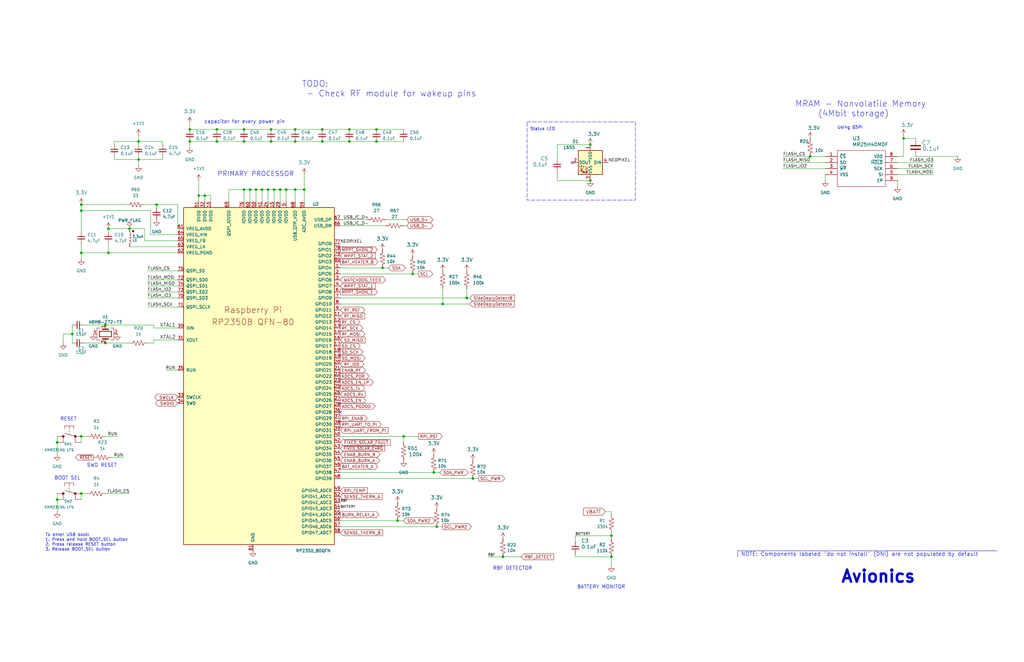
<source format=kicad_sch>
(kicad_sch (version 20250114) (generator "eeschema") (generator_version "9.0")
  (paper "USLedger")
  (title_block (title "PiCubed Mainboard") (date "2025-08-29") (rev "6.5") (company "Stanford Student Space Initiative") (comment 1 "Ethan Brinser"))
  (rectangle (start 222.25 51.435) (end 267.97 84.455) (stroke (width 0) (type dash)))
  (text "BATTERY MONITOR\n" (at 243.332 248.666 0) (effects (font (size 1.4986 1.4986)) (justify left bottom)))
  (text "PRIMARY PROCESSOR" (at 91.694 74.676 0) (effects (font (size 2.0066 2.0066)) (justify left bottom)))
  (text "SWD RESET\n" (at 36.576 197.358 0) (effects (font (size 1.4986 1.4986)) (justify left bottom)))
  (text "TODO:\n - Check RF module for wakeup pins" (at 127.254 37.592 0) (effects (font (size 2.54 2.54)) (justify left)))
  (text "Avionics" (at 354.33 246.38 0) (effects (font (size 5.08 5.08) (thickness 1.016) (bold yes)) (justify left bottom)))
  (text "MRAM - Nonvolatile Memory\n     (4Mbit storage)" (at 335.28 49.53 0) (effects (font (size 2.54 2.54)) (justify left bottom)))
  (text "BOOT SEL" (at 22.86 202.692 0) (effects (font (size 1.4986 1.4986)) (justify left bottom)))
  (text "Using QSPI" (at 353.06 54.61 0) (effects (font (size 1.27 1.27)) (justify left bottom)))
  (text "NOTE: Components labeled \"do not install\" (DNI) are not populated by default" (at 312.42 234.95 0) (effects (font (size 1.651 1.651)) (justify left bottom)))
  (text "RESET" (at 25.4 177.8 0) (effects (font (size 1.4986 1.4986)) (justify left bottom)))
  (text "RBF DETECTOR\n" (at 207.772 240.792 0) (effects (font (size 1.4986 1.4986)) (justify left bottom)))
  (text "To enter USB boot:\n1. Press and hold BOOT_SEL button\n2. Press release RESET button\n3. Release BOOT_SEL button" (at 19.05 228.854 0) (effects (font (size 1.27 1.27)) (justify left)))
  (text "capacitor for every power pin\n" (at 86.106 52.324 0) (effects (font (size 1.4986 1.4986)) (justify left bottom)))
  (text "Status LED" (at 223.52 55.245 0) (effects (font (size 1.27 1.27)) (justify left bottom)))
  (junction (at 34.29 208.28))
  (junction (at 124.46 59.69))
  (junction (at 186.69 128.27))
  (junction (at 45.72 96.52))
  (junction (at 34.29 88.9))
  (junction (at 114.3 54.61))
  (junction (at 58.42 67.31))
  (junction (at 199.39 201.93))
  (junction (at 248.92 76.2))
  (junction (at 24.13 186.69))
  (junction (at 34.29 106.68))
  (junction (at 80.01 54.61))
  (junction (at 147.32 59.69))
  (junction (at 120.65 80.01))
  (junction (at 128.27 80.01))
  (junction (at 173.99 115.57))
  (junction (at 381 58.42))
  (junction (at 105.41 80.01))
  (junction (at 91.44 59.69))
  (junction (at 341.63 66.04))
  (junction (at 44.45 137.16))
  (junction (at 167.64 219.71))
  (junction (at 102.87 80.01))
  (junction (at 158.75 54.61))
  (junction (at 86.36 82.55))
  (junction (at 248.92 60.96))
  (junction (at 184.15 222.25))
  (junction (at 257.81 234.95))
  (junction (at 66.04 86.36))
  (junction (at 34.29 184.15))
  (junction (at 54.61 96.52))
  (junction (at 102.87 59.69))
  (junction (at 170.18 184.15))
  (junction (at 102.87 54.61))
  (junction (at 83.82 82.55))
  (junction (at 44.45 144.78))
  (junction (at 257.81 226.06))
  (junction (at 147.32 54.61))
  (junction (at 115.57 80.01))
  (junction (at 58.42 59.69))
  (junction (at 107.95 80.01))
  (junction (at 124.46 54.61))
  (junction (at 34.29 86.36))
  (junction (at 91.44 54.61))
  (junction (at 24.13 210.82))
  (junction (at 182.88 199.39))
  (junction (at 158.75 59.69))
  (junction (at 212.09 234.95))
  (junction (at 118.11 80.01))
  (junction (at 135.89 54.61))
  (junction (at 114.3 59.69))
  (junction (at 110.49 80.01))
  (junction (at 45.72 106.68))
  (junction (at 196.85 125.73))
  (junction (at 113.03 80.01))
  (junction (at 80.01 59.69))
  (junction (at 30.48 140.97))
  (junction (at 135.89 59.69))
  (junction (at 161.29 113.03))
  (junction (at 124.46 80.01))
  (no_connect (at 241.3 68.58))
  (no_connect (at 143.51 173.99))
  (wire (pts (xy 74.93 138.43) (xy 64.77 138.43)))
  (wire (pts (xy 143.51 201.93) (xy 199.39 201.93)))
  (wire (pts (xy 54.61 104.14) (xy 74.93 104.14)))
  (wire (pts (xy 83.82 82.55) (xy 83.82 85.09)))
  (wire (pts (xy 135.89 54.61) (xy 147.32 54.61)))
  (wire (pts (xy 74.93 101.6) (xy 60.96 101.6)))
  (wire (pts (xy 24.13 210.82) (xy 24.13 215.9)))
  (wire (pts (xy 91.44 54.61) (xy 102.87 54.61)))
  (wire (pts (xy 48.26 67.31) (xy 58.42 67.31)))
  (wire (pts (xy 378.46 71.12) (xy 393.7 71.12)))
  (polyline (pts (xy 311.15 234.95) (xy 311.15 232.41)))
  (wire (pts (xy 34.29 210.82) (xy 34.29 208.28)))
  (wire (pts (xy 34.29 88.9) (xy 34.29 97.79)))
  (wire (pts (xy 257.81 234.95) (xy 257.81 238.76)))
  (wire (pts (xy 386.08 66.04) (xy 403.86 66.04)))
  (wire (pts (xy 62.23 123.19) (xy 74.93 123.19)))
  (wire (pts (xy 58.42 67.31) (xy 68.58 67.31)))
  (wire (pts (xy 45.72 102.87) (xy 45.72 106.68)))
  (wire (pts (xy 257.81 226.06) (xy 242.57 226.06)))
  (wire (pts (xy 381 66.04) (xy 381 58.42)))
  (wire (pts (xy 96.52 85.09) (xy 96.52 80.01)))
  (wire (pts (xy 35.56 144.78) (xy 44.45 144.78)))
  (wire (pts (xy 64.77 143.51) (xy 64.77 144.78)))
  (wire (pts (xy 143.51 113.03) (xy 161.29 113.03)))
  (wire (pts (xy 378.46 66.04) (xy 381 66.04)))
  (wire (pts (xy 80.01 54.61) (xy 91.44 54.61)))
  (wire (pts (xy 234.95 76.2) (xy 248.92 76.2)))
  (wire (pts (xy 154.94 92.71) (xy 143.51 92.71)))
  (wire (pts (xy 118.11 80.01) (xy 120.65 80.01)))
  (wire (pts (xy 80.01 52.07) (xy 80.01 54.61)))
  (wire (pts (xy 74.93 99.06) (xy 63.5 99.06)))
  (wire (pts (xy 205.74 234.95) (xy 212.09 234.95)))
  (wire (pts (xy 58.42 57.15) (xy 58.42 59.69)))
  (wire (pts (xy 53.34 86.36) (xy 34.29 86.36)))
  (wire (pts (xy 143.51 199.39) (xy 182.88 199.39)))
  (wire (pts (xy 45.72 96.52) (xy 54.61 96.52)))
  (wire (pts (xy 30.48 137.16) (xy 30.48 140.97)))
  (wire (pts (xy 44.45 184.15) (xy 49.53 184.15)))
  (wire (pts (xy 171.45 95.25) (xy 170.18 95.25)))
  (wire (pts (xy 118.11 80.01) (xy 118.11 85.09)))
  (wire (pts (xy 88.9 82.55) (xy 86.36 82.55)))
  (wire (pts (xy 257.81 226.06) (xy 257.81 227.33)))
  (wire (pts (xy 88.9 85.09) (xy 88.9 82.55)))
  (wire (pts (xy 185.42 199.39) (xy 182.88 199.39)))
  (wire (pts (xy 60.96 101.6) (xy 60.96 96.52)))
  (wire (pts (xy 62.23 114.3) (xy 74.93 114.3)))
  (wire (pts (xy 26.67 140.97) (xy 30.48 140.97)))
  (wire (pts (xy 170.18 184.15) (xy 170.18 186.69)))
  (wire (pts (xy 120.65 80.01) (xy 124.46 80.01)))
  (wire (pts (xy 48.26 60.96) (xy 48.26 59.69)))
  (wire (pts (xy 105.41 80.01) (xy 105.41 85.09)))
  (wire (pts (xy 124.46 54.61) (xy 135.89 54.61)))
  (wire (pts (xy 128.27 80.01) (xy 128.27 85.09)))
  (wire (pts (xy 102.87 54.61) (xy 114.3 54.61)))
  (wire (pts (xy 234.95 60.96) (xy 234.95 67.31)))
  (wire (pts (xy 45.72 106.68) (xy 74.93 106.68)))
  (wire (pts (xy 163.83 113.03) (xy 161.29 113.03)))
  (wire (pts (xy 330.2 68.58) (xy 347.98 68.58)))
  (wire (pts (xy 170.18 219.71) (xy 167.64 219.71)))
  (wire (pts (xy 58.42 67.31) (xy 58.42 69.85)))
  (wire (pts (xy 212.09 234.95) (xy 219.71 234.95)))
  (wire (pts (xy 63.5 88.9) (xy 34.29 88.9)))
  (wire (pts (xy 80.01 59.69) (xy 80.01 62.23)))
  (wire (pts (xy 115.57 80.01) (xy 118.11 80.01)))
  (wire (pts (xy 58.42 59.69) (xy 58.42 60.96)))
  (wire (pts (xy 74.93 86.36) (xy 66.04 86.36)))
  (wire (pts (xy 62.23 144.78) (xy 64.77 144.78)))
  (wire (pts (xy 124.46 80.01) (xy 124.46 85.09)))
  (wire (pts (xy 62.23 125.73) (xy 74.93 125.73)))
  (wire (pts (xy 347.98 73.66) (xy 347.98 76.2)))
  (wire (pts (xy 120.65 80.01) (xy 120.65 85.09)))
  (wire (pts (xy 26.67 144.78) (xy 26.67 140.97)))
  (wire (pts (xy 186.69 128.27) (xy 198.12 128.27)))
  (wire (pts (xy 242.57 233.68) (xy 242.57 234.95)))
  (wire (pts (xy 128.27 80.01) (xy 128.27 73.66)))
  (wire (pts (xy 30.48 140.97) (xy 30.48 144.78)))
  (wire (pts (xy 257.81 224.79) (xy 257.81 226.06)))
  (wire (pts (xy 147.32 54.61) (xy 158.75 54.61)))
  (wire (pts (xy 113.03 80.01) (xy 113.03 85.09)))
  (wire (pts (xy 115.57 80.01) (xy 115.57 85.09)))
  (wire (pts (xy 176.53 115.57) (xy 173.99 115.57)))
  (wire (pts (xy 44.45 208.28) (xy 54.61 208.28)))
  (wire (pts (xy 91.44 59.69) (xy 102.87 59.69)))
  (wire (pts (xy 234.95 60.96) (xy 248.92 60.96)))
  (wire (pts (xy 242.57 228.6) (xy 242.57 226.06)))
  (wire (pts (xy 107.95 80.01) (xy 107.95 85.09)))
  (wire (pts (xy 69.85 156.21) (xy 74.93 156.21)))
  (wire (pts (xy 110.49 80.01) (xy 110.49 85.09)))
  (wire (pts (xy 135.89 59.69) (xy 147.32 59.69)))
  (wire (pts (xy 96.52 80.01) (xy 102.87 80.01)))
  (wire (pts (xy 80.01 59.69) (xy 91.44 59.69)))
  (wire (pts (xy 386.08 58.42) (xy 381 58.42)))
  (wire (pts (xy 162.56 95.25) (xy 143.51 95.25)))
  (wire (pts (xy 124.46 59.69) (xy 135.89 59.69)))
  (wire (pts (xy 330.2 71.12) (xy 347.98 71.12)))
  (wire (pts (xy 34.29 106.68) (xy 34.29 109.22)))
  (wire (pts (xy 114.3 54.61) (xy 124.46 54.61)))
  (wire (pts (xy 158.75 59.69) (xy 170.18 59.69)))
  (wire (pts (xy 58.42 59.69) (xy 68.58 59.69)))
  (wire (pts (xy 74.93 143.51) (xy 64.77 143.51)))
  (wire (pts (xy 378.46 73.66) (xy 393.7 73.66)))
  (wire (pts (xy 105.41 80.01) (xy 107.95 80.01)))
  (wire (pts (xy 102.87 85.09) (xy 102.87 80.01)))
  (wire (pts (xy 45.72 96.52) (xy 45.72 97.79)))
  (wire (pts (xy 86.36 85.09) (xy 86.36 82.55)))
  (wire (pts (xy 114.3 59.69) (xy 124.46 59.69)))
  (wire (pts (xy 54.61 96.52) (xy 60.96 96.52)))
  (wire (pts (xy 378.46 76.2) (xy 378.46 78.74)))
  (wire (pts (xy 113.03 80.01) (xy 115.57 80.01)))
  (wire (pts (xy 74.93 86.36) (xy 74.93 96.52)))
  (wire (pts (xy 24.13 184.15) (xy 24.13 186.69)))
  (wire (pts (xy 171.45 92.71) (xy 162.56 92.71)))
  (wire (pts (xy 186.69 222.25) (xy 184.15 222.25)))
  (wire (pts (xy 34.29 208.28) (xy 36.83 208.28)))
  (wire (pts (xy 44.45 144.78) (xy 54.61 144.78)))
  (wire (pts (xy 48.26 66.04) (xy 48.26 67.31)))
  (wire (pts (xy 330.2 66.04) (xy 341.63 66.04)))
  (polyline (pts (xy 311.15 232.41) (xy 420.37 232.41)))
  (wire (pts (xy 341.63 66.04) (xy 347.98 66.04)))
  (wire (pts (xy 234.95 72.39) (xy 234.95 76.2)))
  (wire (pts (xy 46.99 193.04) (xy 52.07 193.04)))
  (wire (pts (xy 34.29 186.69) (xy 34.29 184.15)))
  (wire (pts (xy 34.29 102.87) (xy 34.29 106.68)))
  (wire (pts (xy 378.46 68.58) (xy 393.7 68.58)))
  (wire (pts (xy 196.85 125.73) (xy 198.12 125.73)))
  (wire (pts (xy 102.87 59.69) (xy 114.3 59.69)))
  (wire (pts (xy 196.85 121.92) (xy 196.85 125.73)))
  (wire (pts (xy 83.82 82.55) (xy 86.36 82.55)))
  (wire (pts (xy 83.82 76.2) (xy 83.82 82.55)))
  (wire (pts (xy 107.95 80.01) (xy 110.49 80.01)))
  (wire (pts (xy 35.56 137.16) (xy 44.45 137.16)))
  (wire (pts (xy 102.87 80.01) (xy 105.41 80.01)))
  (wire (pts (xy 34.29 106.68) (xy 45.72 106.68)))
  (wire (pts (xy 24.13 186.69) (xy 24.13 191.77)))
  (wire (pts (xy 143.51 128.27) (xy 186.69 128.27)))
  (wire (pts (xy 48.26 59.69) (xy 58.42 59.69)))
  (wire (pts (xy 62.23 120.65) (xy 74.93 120.65)))
  (wire (pts (xy 58.42 66.04) (xy 58.42 67.31)))
  (wire (pts (xy 34.29 86.36) (xy 34.29 88.9)))
  (wire (pts (xy 158.75 54.61) (xy 170.18 54.61)))
  (wire (pts (xy 24.13 208.28) (xy 24.13 210.82)))
  (wire (pts (xy 110.49 80.01) (xy 113.03 80.01)))
  (wire (pts (xy 381 58.42) (xy 381 57.15)))
  (wire (pts (xy 63.5 99.06) (xy 63.5 88.9)))
  (wire (pts (xy 147.32 59.69) (xy 158.75 59.69)))
  (wire (pts (xy 68.58 60.96) (xy 68.58 59.69)))
  (wire (pts (xy 143.51 219.71) (xy 167.64 219.71)))
  (wire (pts (xy 143.51 125.73) (xy 196.85 125.73)))
  (wire (pts (xy 255.27 215.9) (xy 257.81 215.9)))
  (wire (pts (xy 242.57 234.95) (xy 257.81 234.95)))
  (wire (pts (xy 201.93 201.93) (xy 199.39 201.93)))
  (wire (pts (xy 124.46 80.01) (xy 128.27 80.01)))
  (wire (pts (xy 68.58 66.04) (xy 68.58 67.31)))
  (wire (pts (xy 64.77 138.43) (xy 64.77 137.16)))
  (wire (pts (xy 257.81 215.9) (xy 257.81 217.17)))
  (wire (pts (xy 143.51 115.57) (xy 173.99 115.57)))
  (wire (pts (xy 66.04 86.36) (xy 66.04 87.63)))
  (wire (pts (xy 62.23 118.11) (xy 74.93 118.11)))
  (wire (pts (xy 143.51 222.25) (xy 184.15 222.25)))
  (wire (pts (xy 170.18 184.15) (xy 176.53 184.15)))
  (wire (pts (xy 62.23 129.54) (xy 74.93 129.54)))
  (wire (pts (xy 44.45 137.16) (xy 64.77 137.16)))
  (wire (pts (xy 66.04 86.36) (xy 60.96 86.36)))
  (wire (pts (xy 186.69 121.92) (xy 186.69 128.27)))
  (wire (pts (xy 143.51 184.15) (xy 170.18 184.15)))
  (wire (pts (xy 34.29 184.15) (xy 36.83 184.15)))
  (label "NEOPIXEL" (at 256.54 68.58 0))
  (label "USB_IC_D+" (at 144.78 92.71 0))
  (label "FLASH_CS" (at 54.61 208.28 180))
  (label "RUN" (at 52.07 193.04 180))
  (label "FLASH_SCK" (at 62.23 129.54 0))
  (label "RUN" (at 69.85 156.21 0))
  (label "RUN" (at 49.53 184.15 180))
  (label "RBF" (at 205.74 234.95 0) (effects (font (size 1.016 1.016))))
  (label "XTAL2" (at 67.31 143.51 0) (effects (font (size 1.524 1.524))))
  (label "FLASH_IO2" (at 62.23 123.19 0))
  (label "XTAL1" (at 67.31 138.43 0) (effects (font (size 1.524 1.524))))
  (label "FLASH_CS" (at 330.2 66.04 0))
  (label "FLASH_MOSI" (at 393.7 73.66 180))
  (label "FLASH_CS" (at 62.23 114.3 0))
  (label "NEOPIXEL" (at 143.51 102.87 0))
  (label "RBF" (at 143.51 212.09 0) (effects (font (size 1.016 1.016))))
  (label "FLASH_IO3" (at 393.7 68.58 180))
  (label "BATTERY" (at 143.51 214.63 0) (effects (font (size 1.016 1.016))))
  (label "FLASH_IO3" (at 62.23 125.73 0))
  (label "FLASH_IO2" (at 330.2 71.12 0))
  (label "USB_IC_D-" (at 144.78 95.25 0))
  (label "FLASH_MOSI" (at 62.23 118.11 0))
  (label "FLASH_MISO" (at 330.2 68.58 0))
  (label "FLASH_SCK" (at 393.7 71.12 180))
  (label "FLASH_MISO" (at 62.23 120.65 0))
  (label "BATTERY" (at 242.57 226.06 0) (effects (font (size 1.016 1.016))))
  (global_label "VBATT" (shape input) (at 255.27 215.9 180) (effects (font (size 1.4986 1.4986))) (property "Intersheetrefs" "${INTERSHEET_REFS}" (effects (hide yes))))
  (global_label "MPPT_STAT_2" (shape input) (at 143.51 107.95 0) (property "Intersheetrefs" "${INTERSHEET_REFS}" (effects (hide yes))))
  (global_label "SCL" (shape output) (at 176.53 115.57 0) (property "Intersheetrefs" "${INTERSHEET_REFS}" (effects (hide yes))))
  (global_label "RBF_DETECT" (shape input) (at 219.71 234.95 0) (property "Intersheetrefs" "${INTERSHEET_REFS}" (effects (hide yes))))
  (global_label "SD_MOSI" (shape output) (at 143.51 151.13 0) (property "Intersheetrefs" "${INTERSHEET_REFS}" (effects (hide yes))))
  (global_label "ADCS_POR" (shape output) (at 143.51 158.75 0) (property "Intersheetrefs" "${INTERSHEET_REFS}" (effects (hide yes))))
  (global_label "SWCLK" (shape bidirectional) (at 74.93 167.64 180) (property "Intersheetrefs" "${INTERSHEET_REFS}" (effects (hide yes))))
  (global_label "SCL_PWR" (shape output) (at 201.93 201.93 0) (property "Intersheetrefs" "${INTERSHEET_REFS}" (effects (hide yes))))
  (global_label "ENAB_BURN_B" (shape bidirectional) (at 143.51 191.77 0) (property "Intersheetrefs" "${INTERSHEET_REFS}" (effects (hide yes))))
  (global_label "BAT_HEATER_A" (shape output) (at 143.51 196.85 0) (property "Intersheetrefs" "${INTERSHEET_REFS}" (effects (hide yes))))
  (global_label "WATCHDOG_FEED" (shape bidirectional) (at 143.51 118.11 0) (property "Intersheetrefs" "${INTERSHEET_REFS}" (effects (hide yes))))
  (global_label "RPI_TEMP" (shape input) (at 143.51 207.01 0) (property "Intersheetrefs" "${INTERSHEET_REFS}" (effects (hide yes))))
  (global_label "~{FIXED_SOLAR_CHRG}" (shape input) (at 143.51 189.23 0) (effects (font (size 1.143 1.143))) (property "Intersheetrefs" "${INTERSHEET_REFS}" (effects (hide yes))))
  (global_label "~{MPPT_SHDN_1}" (shape output) (at 143.51 123.19 0) (property "Intersheetrefs" "${INTERSHEET_REFS}" (effects (hide yes))))
  (global_label "BAT_HEATER_B" (shape output) (at 143.51 110.49 0) (property "Intersheetrefs" "${INTERSHEET_REFS}" (effects (hide yes))))
  (global_label "ADCS_PGOOD" (shape output) (at 143.51 171.45 0) (property "Intersheetrefs" "${INTERSHEET_REFS}" (effects (hide yes))))
  (global_label "USB_D+" (shape bidirectional) (at 171.45 92.71 0) (property "Intersheetrefs" "${INTERSHEET_REFS}" (effects (hide yes))))
  (global_label "RPI_UART_TO_PI" (shape output) (at 143.51 179.07 0) (property "Intersheetrefs" "${INTERSHEET_REFS}" (effects (hide yes))))
  (global_label "RF_MOSI" (shape output) (at 143.51 140.97 0) (property "Intersheetrefs" "${INTERSHEET_REFS}" (effects (hide yes))))
  (global_label "RF_MISO" (shape input) (at 143.51 133.35 0) (property "Intersheetrefs" "${INTERSHEET_REFS}" (effects (hide yes))))
  (global_label "RPI_ENAB" (shape output) (at 143.51 176.53 0) (property "Intersheetrefs" "${INTERSHEET_REFS}" (effects (hide yes))))
  (global_label "SENSE_THERM_B" (shape input) (at 143.51 224.79 0) (property "Intersheetrefs" "${INTERSHEET_REFS}" (effects (hide yes))))
  (global_label "MPPT_STAT_1" (shape input) (at 143.51 120.65 0) (property "Intersheetrefs" "${INTERSHEET_REFS}" (effects (hide yes))))
  (global_label "SDA_PWR" (shape bidirectional) (at 185.42 199.39 0) (property "Intersheetrefs" "${INTERSHEET_REFS}" (effects (hide yes))))
  (global_label "USB_D-" (shape bidirectional) (at 171.45 95.25 0) (property "Intersheetrefs" "${INTERSHEET_REFS}" (effects (hide yes))))
  (global_label "ADCS_EN" (shape output) (at 143.51 168.91 0) (property "Intersheetrefs" "${INTERSHEET_REFS}" (effects (hide yes))))
  (global_label "ADCS_Rx" (shape input) (at 143.51 166.37 0) (property "Intersheetrefs" "${INTERSHEET_REFS}" (effects (hide yes))))
  (global_label "SDA" (shape bidirectional) (at 163.83 113.03 0) (property "Intersheetrefs" "${INTERSHEET_REFS}" (effects (hide yes))))
  (global_label "SD_CS" (shape output) (at 143.51 146.05 0) (property "Intersheetrefs" "${INTERSHEET_REFS}" (effects (hide yes))))
  (global_label "RF_RST" (shape bidirectional) (at 143.51 130.81 0) (property "Intersheetrefs" "${INTERSHEET_REFS}" (effects (hide yes))))
  (global_label "RPI_RST" (shape output) (at 176.53 184.15 0) (property "Intersheetrefs" "${INTERSHEET_REFS}" (effects (hide yes))))
  (global_label "~{RESET}" (shape output) (at 39.37 193.04 180) (effects (font (size 1.1684 1.1684))) (property "Intersheetrefs" "${INTERSHEET_REFS}" (effects (hide yes))))
  (global_label "~{MPPT_SHDN_2}" (shape output) (at 143.51 105.41 0) (property "Intersheetrefs" "${INTERSHEET_REFS}" (effects (hide yes))))
  (global_label "SD_SCK" (shape output) (at 143.51 148.59 0) (property "Intersheetrefs" "${INTERSHEET_REFS}" (effects (hide yes))))
  (global_label "RPI_UART_FROM_PI" (shape input) (at 143.51 181.61 0) (property "Intersheetrefs" "${INTERSHEET_REFS}" (effects (hide yes))))
  (global_label "RF_SCK" (shape output) (at 143.51 138.43 0) (property "Intersheetrefs" "${INTERSHEET_REFS}" (effects (hide yes))))
  (global_label "RF_IO0" (shape bidirectional) (at 143.51 153.67 0) (property "Intersheetrefs" "${INTERSHEET_REFS}" (effects (hide yes))))
  (global_label "ADCS_EN_LP" (shape output) (at 143.51 161.29 0) (property "Intersheetrefs" "${INTERSHEET_REFS}" (effects (hide yes))))
  (global_label "SD_MISO" (shape input) (at 143.51 143.51 0) (property "Intersheetrefs" "${INTERSHEET_REFS}" (effects (hide yes))))
  (global_label "BURN_RELAY_A" (shape output) (at 143.51 217.17 0) (property "Intersheetrefs" "${INTERSHEET_REFS}" (effects (hide yes))))
  (global_label "SideDeplyDetectB" (shape input) (at 198.12 125.73 0) (property "Intersheetrefs" "${INTERSHEET_REFS}" (effects (hide yes))))
  (global_label "SideDeplyDetectA" (shape input) (at 198.12 128.27 0) (property "Intersheetrefs" "${INTERSHEET_REFS}" (effects (hide yes))))
  (global_label "SDA_PWR2" (shape bidirectional) (at 170.18 219.71 0) (property "Intersheetrefs" "${INTERSHEET_REFS}" (effects (hide yes))))
  (global_label "SWDIO" (shape bidirectional) (at 74.93 170.18 180) (property "Intersheetrefs" "${INTERSHEET_REFS}" (effects (hide yes))))
  (global_label "RF_CS" (shape output) (at 143.51 135.89 0) (property "Intersheetrefs" "${INTERSHEET_REFS}" (effects (hide yes))))
  (global_label "SCL_PWR2" (shape output) (at 186.69 222.25 0) (property "Intersheetrefs" "${INTERSHEET_REFS}" (effects (hide yes))))
  (global_label "ADCS_Tx" (shape output) (at 143.51 163.83 0) (property "Intersheetrefs" "${INTERSHEET_REFS}" (effects (hide yes))))
  (global_label "ENAB_BURN_A" (shape bidirectional) (at 143.51 194.31 0) (property "Intersheetrefs" "${INTERSHEET_REFS}" (effects (hide yes))))
  (global_label "ENAB_RF" (shape output) (at 143.51 156.21 0) (property "Intersheetrefs" "${INTERSHEET_REFS}" (effects (hide yes))))
  (global_label "~{FIXED_SOLAR_FAULT}" (shape input) (at 143.51 186.69 0) (property "Intersheetrefs" "${INTERSHEET_REFS}" (effects (hide yes))))
  (global_label "SENSE_THERM_A" (shape input) (at 143.51 209.55 0) (property "Intersheetrefs" "${INTERSHEET_REFS}" (effects (hide yes))))
  (symbol (lib_id "ssi_IC:RP2350_80QFN") (at 106.68 135.89 0) (unit 1)
    (property "Reference" "U2" (at 133.096 86.106 0))
    (property "Value" "RP2350_80QFN" (at 132.08 232.41 0))
    (property "Footprint" "ssi_IC:RP2350-QFN-80-1EP_10x10_P0.4mm_EP3.4x3.4mm_ThermalVias" (effects (hide yes)))
    (property "Datasheet" "https://datasheets.raspberrypi.com/rp2350/rp2350-datasheet.pdf" (effects (hide yes)))
  )
  (symbol (lib_id "Device:C_Small") (at 34.29 100.33 0) (unit 1)
    (property "Reference" "C11" (at 36.83 99.0662 0) (effects (justify left)))
    (property "Value" "4.7uF" (at 36.83 101.6062 0) (effects (justify left)))
    (property "Footprint" "Capacitor_SMD:C_0603_1608Metric" (effects (hide yes)))
    (property "Description" "Unpolarized capacitor, small symbol" (effects (hide yes)))
  )
  (symbol (lib_id "Device:C_Small") (at 102.87 57.15 0) (unit 1)
    (property "Reference" "C40" (at 105.41 55.8862 0) (effects (justify left)))
    (property "Value" "0.1uF" (at 105.41 58.4262 0) (effects (justify left)))
    (property "Footprint" "Capacitor_SMD:C_0603_1608Metric" (effects (hide yes)))
    (property "Description" "Unpolarized capacitor, small symbol" (effects (hide yes)))
  )
  (symbol (lib_id "Device:R_US") (at 158.75 92.71 90) (unit 1)
    (property "Reference" "R66" (at 158.75 86.36 90))
    (property "Value" "27" (at 158.75 88.9 90))
    (property "Footprint" "Resistor_SMD:R_0603_1608Metric" (effects (hide yes)))
    (property "Description" "Resistor, US symbol" (effects (hide yes)))
  )
  (symbol (lib_id "power:+3.3V") (at 173.99 107.95 0) (unit 1)
    (property "Reference" "#SUPPLY?" (effects (hide yes)))
    (property "Value" "3.3V" (at 171.45 104.14 0) (effects (font (size 1.4986 1.4986)) (justify left bottom)))
    (property "Description" "Power symbol creates a global label with name \"+3.3V\"" (effects (hide yes)))
  )
  (symbol (lib_id "Device:C_Small") (at 114.3 57.15 0) (unit 1)
    (property "Reference" "C45" (at 116.84 55.8862 0) (effects (justify left)))
    (property "Value" "0.1uF" (at 116.84 58.4262 0) (effects (justify left)))
    (property "Footprint" "Capacitor_SMD:C_0603_1608Metric" (effects (hide yes)))
    (property "Description" "Unpolarized capacitor, small symbol" (effects (hide yes)))
  )
  (symbol (lib_id "power:GND") (at 378.46 78.74 0) (unit 1)
    (property "Reference" "#PWR?" (effects (hide yes)))
    (property "Value" "GND" (at 378.46 83.82 0))
  )
  (symbol (lib_id "power:+3.3V") (at 184.15 214.63 0) (unit 1)
    (property "Reference" "#SUPPLY?" (effects (hide yes)))
    (property "Value" "3.3V" (at 181.61 210.82 0) (effects (font (size 1.4986 1.4986)) (justify left bottom)))
    (property "Description" "Power symbol creates a global label with name \"+3.3V\"" (effects (hide yes)))
  )
  (symbol (lib_id "Device:R_US") (at 161.29 109.22 0) (mirror y) (unit 1)
    (property "Reference" "R44" (at 163.0172 108.0516 0) (effects (justify right)))
    (property "Value" "10k" (at 163.0172 110.363 0) (effects (justify right)))
    (property "Footprint" "Resistor_SMD:R_0603_1608Metric" (effects (hide yes)))
    (property "Description" "10K 0603" (effects (hide yes)))
  )
  (symbol (lib_id "ssi_switch:KMR231NG LFS") (at 29.21 184.15 0) (mirror y) (unit 1)
    (property "Reference" "SW1" (at 30.48 187.96 0) (effects (font (size 1.0668 1.0668)) (justify left bottom)))
    (property "Value" "KMR231NG LFS" (at 31.115 190.5 0) (effects (font (size 1.0668 1.0668)) (justify left bottom)))
    (property "Footprint" "ssi_switch:BTN_KMR2_4.6X2.8" (effects (hide yes)))
    (property "Datasheet" "https://www.ckswitches.com/media/1479/kmr2.pdf" (effects (hide yes)))
    (property "Description" "Tactile Switch SPST-NO" (effects (hide yes)))
    (property "Flight" "KMR231NG LFS" (effects (hide yes)))
    (property "Manufacturer_Name" "C&K" (effects (hide yes)))
    (property "Manufacturer_Part_Number" "KMR231NG LFS" (effects (hide yes)))
    (property "Proto" "KMR231NG LFS" (effects (hide yes)))
  )
  (symbol (lib_id "Device:R_US") (at 170.18 190.5 180) (unit 1)
    (property "Reference" "R61" (at 173.99 189.23 0) (effects (font (size 1.4986 1.4986))))
    (property "Value" "100k" (at 175.26 191.77 0) (effects (font (size 1.4986 1.4986))))
    (property "Footprint" "Resistor_SMD:R_0603_1608Metric" (effects (hide yes)))
    (property "Description" "73.2K 0603" (effects (hide yes)))
  )
  (symbol (lib_id "Device:C") (at 386.08 62.23 0) (unit 1)
    (property "Reference" "C7" (at 388.62 61.214 0) (effects (font (size 1.778 1.778)) (justify left bottom)))
    (property "Value" "0.1uF" (at 388.874 63.754 0) (effects (font (size 1.778 1.778)) (justify left bottom)))
    (property "Footprint" "Capacitor_SMD:C_0603_1608Metric" (effects (hide yes)))
    (property "Description" "Unpolarized capacitor" (effects (hide yes)))
  )
  (symbol (lib_id "power:+3.3V") (at 80.01 52.07 0) (unit 1)
    (property "Reference" "#P+?" (effects (hide yes)))
    (property "Value" "3.3V" (at 80.01 46.99 0) (effects (font (size 1.4986 1.4986))))
    (property "Description" "Power symbol creates a global label with name \"+3.3V\"" (effects (hide yes)))
  )
  (symbol (lib_id "Device:C_Small") (at 242.57 231.14 0) (mirror y) (unit 1)
    (property "Reference" "C3" (at 245.11 227.33 0) (effects (font (size 1.4986 1.4986)) (justify right top)))
    (property "Value" "0.1uF" (at 245.11 229.87 0) (effects (font (size 1.4986 1.4986)) (justify right top)))
    (property "Footprint" "Capacitor_SMD:C_0603_1608Metric" (effects (hide yes)))
    (property "Description" "Unpolarized capacitor, small symbol" (effects (hide yes)))
  )
  (symbol (lib_id "Device:R_US") (at 40.64 184.15 90) (unit 1)
    (property "Reference" "R3" (at 40.64 177.8 90))
    (property "Value" "1k" (at 40.64 180.34 90))
    (property "Footprint" "Resistor_SMD:R_0603_1608Metric" (effects (hide yes)))
    (property "Description" "Resistor, US symbol" (effects (hide yes)))
  )
  (symbol (lib_id "power:+1V1") (at 45.72 96.52 0) (unit 1)
    (property "Reference" "#PWR?" (effects (hide yes)))
    (property "Value" "+1V1" (at 45.72 91.44 0))
    (property "Description" "Power symbol creates a global label with name \"+1V1\"" (effects (hide yes)))
  )
  (symbol (lib_id "Device:C_Small") (at 80.01 57.15 0) (unit 1)
    (property "Reference" "C16" (at 82.55 55.8862 0) (effects (justify left)))
    (property "Value" "0.1uF" (at 82.55 58.4262 0) (effects (justify left)))
    (property "Footprint" "Capacitor_SMD:C_0603_1608Metric" (effects (hide yes)))
    (property "Description" "Unpolarized capacitor, small symbol" (effects (hide yes)))
  )
  (symbol (lib_id "Device:R_US") (at 257.81 231.14 180) (unit 1)
    (property "Reference" "R2" (at 254 229.87 0))
    (property "Value" "110k" (at 254 232.41 0))
    (property "Footprint" "Resistor_SMD:R_0603_1608Metric" (effects (hide yes)))
    (property "Description" "110K 0603" (effects (hide yes)))
  )
  (symbol (lib_id "Device:Crystal_GND24") (at 44.45 140.97 270) (unit 1)
    (property "Reference" "Y1" (at 43.18 133.858 90) (effects (justify left)))
    (property "Value" "ABM8-272-T3" (at 37.338 135.89 90) (effects (justify left)))
    (property "Footprint" "Crystal:Crystal_SMD_3225-4Pin_3.2x2.5mm" (effects (hide yes)))
    (property "Datasheet" "https://abracon.com/datasheets/ABM8-272-T3.pdf" (effects (hide yes)))
  )
  (symbol (lib_id "power:+3.3V") (at 167.64 212.09 0) (unit 1)
    (property "Reference" "#SUPPLY?" (effects (hide yes)))
    (property "Value" "3.3V" (at 165.1 208.28 0) (effects (font (size 1.4986 1.4986)) (justify left bottom)))
    (property "Description" "Power symbol creates a global label with name \"+3.3V\"" (effects (hide yes)))
  )
  (symbol (lib_id "Device:C_Small") (at 58.42 63.5 0) (unit 1)
    (property "Reference" "C14" (at 60.96 62.2362 0) (effects (justify left)))
    (property "Value" "0.1uF" (at 60.96 64.7762 0) (effects (justify left)))
    (property "Footprint" "Capacitor_SMD:C_0603_1608Metric" (effects (hide yes)))
    (property "Description" "Unpolarized capacitor, small symbol" (effects (hide yes)))
  )
  (symbol (lib_id "Device:R_US") (at 167.64 215.9 0) (mirror y) (unit 1)
    (property "Reference" "R73" (at 169.3672 214.7316 0) (effects (justify right)))
    (property "Value" "10k" (at 169.3672 217.043 0) (effects (justify right)))
    (property "Footprint" "Resistor_SMD:R_0603_1608Metric" (effects (hide yes)))
    (property "Description" "10K 0603" (effects (hide yes)))
  )
  (symbol (lib_id "Device:R_US") (at 184.15 218.44 0) (mirror y) (unit 1)
    (property "Reference" "R74" (at 185.8772 217.2716 0) (effects (justify right)))
    (property "Value" "10k" (at 185.8772 219.583 0) (effects (justify right)))
    (property "Footprint" "Resistor_SMD:R_0603_1608Metric" (effects (hide yes)))
    (property "Description" "10K 0603" (effects (hide yes)))
  )
  (symbol (lib_id "power:+3.3V") (at 128.27 73.66 0) (unit 1)
    (property "Reference" "#P+?" (effects (hide yes)))
    (property "Value" "3.3V" (at 128.27 68.58 0) (effects (font (size 1.4986 1.4986))))
    (property "Description" "Power symbol creates a global label with name \"+3.3V\"" (effects (hide yes)))
  )
  (symbol (lib_id "power:GND") (at 66.04 92.71 0) (unit 1)
    (property "Reference" "#PWR?" (effects (hide yes)))
    (property "Value" "GND" (at 66.04 97.79 0))
    (property "Description" "Power symbol creates a global label with name \"GND\" , ground" (effects (hide yes)))
  )
  (symbol (lib_id "power:GND") (at 49.53 140.97 0) (unit 1)
    (property "Reference" "#PWR?" (effects (hide yes)))
    (property "Value" "GND" (at 49.53 146.05 0))
    (property "Description" "Power symbol creates a global label with name \"GND\" , ground" (effects (hide yes)))
  )
  (symbol (lib_id "Device:C_Small") (at 68.58 63.5 0) (unit 1)
    (property "Reference" "C15" (at 71.12 62.2362 0) (effects (justify left)))
    (property "Value" "4.7uF" (at 71.12 64.7762 0) (effects (justify left)))
    (property "Footprint" "Capacitor_SMD:C_0603_1608Metric" (effects (hide yes)))
    (property "Description" "Unpolarized capacitor, small symbol" (effects (hide yes)))
  )
  (symbol (lib_id "Device:C_Small") (at 135.89 57.15 0) (unit 1)
    (property "Reference" "C47" (at 138.43 55.8862 0) (effects (justify left)))
    (property "Value" "0.1uF" (at 138.43 58.4262 0) (effects (justify left)))
    (property "Footprint" "Capacitor_SMD:C_0603_1608Metric" (effects (hide yes)))
    (property "Description" "Unpolarized capacitor, small symbol" (effects (hide yes)))
  )
  (symbol (lib_id "Device:R_US") (at 166.37 95.25 90) (unit 1)
    (property "Reference" "R67" (at 166.37 88.9 90))
    (property "Value" "27" (at 166.37 91.44 90))
    (property "Footprint" "Resistor_SMD:R_0603_1608Metric" (effects (hide yes)))
    (property "Description" "Resistor, US symbol" (effects (hide yes)))
  )
  (symbol (lib_id "Device:R_US") (at 186.69 118.11 0) (unit 1)
    (property "Reference" "R27" (at 189.23 116.84 0) (effects (justify left)))
    (property "Value" "100k" (at 189.23 119.38 0) (effects (justify left)))
    (property "Footprint" "Resistor_SMD:R_0603_1608Metric" (effects (hide yes)))
  )
  (symbol (lib_id "power:GND") (at 34.29 109.22 0) (unit 1)
    (property "Reference" "#PWR?" (effects (hide yes)))
    (property "Value" "GND" (at 34.29 114.3 0))
    (property "Description" "Power symbol creates a global label with name \"GND\" , ground" (effects (hide yes)))
  )
  (symbol (lib_id "power:+3.3V") (at 186.69 114.3 0) (unit 1)
    (property "Reference" "#SUPPLY?" (effects (hide yes)))
    (property "Value" "3.3V" (at 184.15 110.49 0) (effects (font (size 1.4986 1.4986)) (justify left bottom)))
    (property "Description" "Power symbol creates a global label with name \"+3.3V\"" (effects (hide yes)))
  )
  (symbol (lib_id "power:GND") (at 170.18 194.31 0) (unit 1)
    (property "Reference" "#PWR?" (effects (hide yes)))
    (property "Value" "GND" (at 170.18 199.39 0))
  )
  (symbol (lib_id "power:GND") (at 24.13 191.77 0) (unit 1)
    (property "Reference" "#PWR?" (effects (hide yes)))
    (property "Value" "GND" (at 24.13 196.85 0))
  )
  (symbol (lib_id "Device:R_US") (at 43.18 193.04 90) (unit 1)
    (property "Reference" "R23" (at 43.18 186.69 90))
    (property "Value" "1k" (at 43.18 189.23 90))
    (property "Footprint" "Resistor_SMD:R_0603_1608Metric" (effects (hide yes)))
    (property "Description" "Resistor, US symbol" (effects (hide yes)))
  )
  (symbol (lib_id "power:+3.3V") (at 34.29 86.36 0) (unit 1)
    (property "Reference" "#P+?" (effects (hide yes)))
    (property "Value" "3.3V" (at 34.29 81.28 0) (effects (font (size 1.4986 1.4986))))
    (property "Description" "Power symbol creates a global label with name \"+3.3V\"" (effects (hide yes)))
  )
  (symbol (lib_id "power:GND") (at 58.42 69.85 0) (unit 1)
    (property "Reference" "#PWR?" (effects (hide yes)))
    (property "Value" "GND" (at 58.42 74.93 0))
  )
  (symbol (lib_id "Device:R_US") (at 40.64 208.28 90) (unit 1)
    (property "Reference" "R4" (at 40.64 201.93 90))
    (property "Value" "1k" (at 40.64 204.47 90))
    (property "Footprint" "Resistor_SMD:R_0603_1608Metric" (effects (hide yes)))
    (property "Description" "Resistor, US symbol" (effects (hide yes)))
  )
  (symbol (lib_id "Device:C_Small") (at 66.04 90.17 0) (unit 1)
    (property "Reference" "C12" (at 68.58 88.9062 0) (effects (justify left)))
    (property "Value" "4.7uF" (at 68.58 91.4462 0) (effects (justify left)))
    (property "Footprint" "Capacitor_SMD:C_0603_1608Metric" (effects (hide yes)))
    (property "Description" "Unpolarized capacitor, small symbol" (effects (hide yes)))
  )
  (symbol (lib_id "Device:C_Small") (at 124.46 57.15 0) (unit 1)
    (property "Reference" "C46" (at 127 55.8862 0) (effects (justify left)))
    (property "Value" "0.1uF" (at 127 58.4262 0) (effects (justify left)))
    (property "Footprint" "Capacitor_SMD:C_0603_1608Metric" (effects (hide yes)))
    (property "Description" "Unpolarized capacitor, small symbol" (effects (hide yes)))
  )
  (symbol (lib_id "power:GND") (at 106.68 232.41 0) (unit 1)
    (property "Reference" "#PWR?" (effects (hide yes)))
    (property "Value" "GND" (at 106.68 237.49 0))
  )
  (symbol (lib_id "ssi_inductor:AOTA-B201610S3R3-101-T") (at 54.61 100.33 0) (unit 1)
    (property "Reference" "L1" (at 56.896 101.346 0) (effects (font (size 1.0668 1.0668))))
    (property "Value" "3.3uH" (at 58.166 99.822 0) (effects (font (size 1.0668 1.0668))))
    (property "Footprint" "ssi_inductor:polarized" (effects (hide yes)))
    (property "Datasheet" "https://abracon.com/datasheets/AOTA-B201610S3R3-101-T.pdf" (effects (hide yes)))
    (property "Description" "custom made inductor by raspberry pi" (effects (hide yes)))
  )
  (symbol (lib_id "power:+3.3V") (at 199.39 194.31 0) (unit 1)
    (property "Reference" "#SUPPLY?" (effects (hide yes)))
    (property "Value" "3.3V" (at 196.85 190.5 0) (effects (font (size 1.4986 1.4986)) (justify left bottom)))
    (property "Description" "Power symbol creates a global label with name \"+3.3V\"" (effects (hide yes)))
  )
  (symbol (lib_id "power:GND") (at 403.86 66.04 0) (unit 1)
    (property "Reference" "#PWR?" (effects (hide yes)))
    (property "Value" "GND" (at 403.86 71.12 0))
  )
  (symbol (lib_id "Device:C_Small") (at 33.02 144.78 270) (mirror x) (unit 1)
    (property "Reference" "C2" (at 34.2646 147.066 90))
    (property "Value" "15pF" (at 34.29 148.59 90))
    (property "Footprint" "Capacitor_SMD:C_0603_1608Metric" (effects (hide yes)))
    (property "Description" "Unpolarized capacitor, small symbol" (effects (hide yes)))
  )
  (symbol (lib_id "Device:R_US") (at 341.63 62.23 0) (mirror x) (unit 1)
    (property "Reference" "R21" (at 339.09 59.69 0))
    (property "Value" "10k" (at 345.44 63.5 0))
    (property "Footprint" "Resistor_SMD:R_0603_1608Metric" (effects (hide yes)))
    (property "Description" "10k 0603" (effects (hide yes)))
  )
  (symbol (lib_id "power:GND") (at 26.67 144.78 0) (unit 1)
    (property "Reference" "#PWR?" (effects (hide yes)))
    (property "Value" "GND" (at 26.67 149.86 0))
    (property "Description" "Power symbol creates a global label with name \"GND\" , ground" (effects (hide yes)))
  )
  (symbol (lib_id "power:+1V1") (at 83.82 76.2 0) (unit 1)
    (property "Reference" "#PWR?" (effects (hide yes)))
    (property "Value" "+1V1" (at 83.82 71.12 0))
    (property "Description" "Power symbol creates a global label with name \"+1V1\"" (effects (hide yes)))
  )
  (symbol (lib_id "ssi_IC:MR25H40MDF") (at 347.98 66.04 0) (unit 1)
    (property "Reference" "U3" (at 359.41 58.42 0) (effects (font (size 1.4986 1.4986)) (justify left)))
    (property "Value" "MR25H40MDF" (at 359.41 60.96 0) (effects (font (size 1.4986 1.4986)) (justify left)))
    (property "Footprint" "ssi_IC:SON127P600X500X90-9N" (effects (hide yes)))
    (property "Datasheet" "https://www.winbond.com/resource-files/w25q80dv%20dl_revh_10022015.pdf" (effects (hide yes)))
    (property "Description" "Non-Volatile Memory" (effects (hide yes)))
    (property "Flight" "MR25H40MDF" (effects (hide yes)))
    (property "Manufacturer_Name" "Everspin Technologies Inc." (effects (hide yes)))
    (property "Manufacturer_Part_Number" "W25Q80DVSNIG" (effects (hide yes)))
    (property "Proto" "W25Q80DVSNIG" (effects (hide yes)))
  )
  (symbol (lib_id "power:+3.3V") (at 161.29 105.41 0) (unit 1)
    (property "Reference" "#SUPPLY?" (effects (hide yes)))
    (property "Value" "3.3V" (at 158.75 101.6 0) (effects (font (size 1.4986 1.4986)) (justify left bottom)))
    (property "Description" "Power symbol creates a global label with name \"+3.3V\"" (effects (hide yes)))
  )
  (symbol (lib_id "Device:C_Small") (at 91.44 57.15 0) (unit 1)
    (property "Reference" "C28" (at 93.98 55.8862 0) (effects (justify left)))
    (property "Value" "0.1uF" (at 93.98 58.4262 0) (effects (justify left)))
    (property "Footprint" "Capacitor_SMD:C_0603_1608Metric" (effects (hide yes)))
    (property "Description" "Unpolarized capacitor, small symbol" (effects (hide yes)))
  )
  (symbol (lib_id "Device:C_Small") (at 45.72 100.33 0) (unit 1)
    (property "Reference" "C10" (at 48.26 99.0662 0) (effects (justify left)))
    (property "Value" "4.7uF" (at 48.26 101.6062 0) (effects (justify left)))
    (property "Footprint" "Capacitor_SMD:C_0603_1608Metric" (effects (hide yes)))
    (property "Description" "Unpolarized capacitor, small symbol" (effects (hide yes)))
  )
  (symbol (lib_id "Device:C_Small") (at 158.75 57.15 0) (unit 1)
    (property "Reference" "C49" (at 161.29 55.8862 0) (effects (justify left)))
    (property "Value" "0.1uF" (at 161.29 58.4262 0) (effects (justify left)))
    (property "Footprint" "Capacitor_SMD:C_0603_1608Metric" (effects (hide yes)))
    (property "Description" "Unpolarized capacitor, small symbol" (effects (hide yes)))
  )
  (symbol (lib_id "Device:R_US") (at 212.09 231.14 0) (mirror y) (unit 1)
    (property "Reference" "R22" (at 213.8172 229.9716 0) (effects (justify right)))
    (property "Value" "10k" (at 213.8172 232.283 0) (effects (justify right)))
    (property "Footprint" "Resistor_SMD:R_0603_1608Metric" (effects (hide yes)))
    (property "Description" "10K 0603" (effects (hide yes)))
  )
  (symbol (lib_id "Device:R_US") (at 199.39 198.12 0) (mirror y) (unit 1)
    (property "Reference" "R72" (at 201.1172 196.9516 0) (effects (justify right)))
    (property "Value" "10k" (at 201.1172 199.263 0) (effects (justify right)))
    (property "Footprint" "Resistor_SMD:R_0603_1608Metric" (effects (hide yes)))
    (property "Description" "10K 0603" (effects (hide yes)))
  )
  (symbol (lib_id "ssi_switch:KMR231NG LFS") (at 29.21 208.28 0) (mirror y) (unit 1)
    (property "Reference" "SW2" (at 30.48 212.09 0) (effects (font (size 1.0668 1.0668)) (justify left bottom)))
    (property "Value" "KMR231NG LFS" (at 31.115 214.63 0) (effects (font (size 1.0668 1.0668)) (justify left bottom)))
    (property "Footprint" "ssi_switch:BTN_KMR2_4.6X2.8" (effects (hide yes)))
    (property "Datasheet" "https://www.ckswitches.com/media/1479/kmr2.pdf" (effects (hide yes)))
    (property "Description" "Tactile Switch SPST-NO" (effects (hide yes)))
    (property "Flight" "KMR231NG LFS" (effects (hide yes)))
    (property "Manufacturer_Name" "C&K" (effects (hide yes)))
    (property "Manufacturer_Part_Number" "KMR231NG LFS" (effects (hide yes)))
    (property "Proto" "KMR231NG LFS" (effects (hide yes)))
  )
  (symbol (lib_id "power:PWR_FLAG") (at 54.61 96.52 0) (unit 1)
    (property "Reference" "#FLG?" (effects (hide yes)))
    (property "Value" "PWR_FLAG" (at 54.61 93.0181 0))
  )
  (symbol (lib_id "Device:C_Small") (at 147.32 57.15 0) (unit 1)
    (property "Reference" "C48" (at 149.86 55.8862 0) (effects (justify left)))
    (property "Value" "0.1uF" (at 149.86 58.4262 0) (effects (justify left)))
    (property "Footprint" "Capacitor_SMD:C_0603_1608Metric" (effects (hide yes)))
    (property "Description" "Unpolarized capacitor, small symbol" (effects (hide yes)))
  )
  (symbol (lib_id "Device:C_Small") (at 170.18 57.15 0) (unit 1)
    (property "Reference" "C50" (at 172.72 55.8862 0) (effects (justify left)))
    (property "Value" "0.1uF" (at 172.72 58.4262 0) (effects (justify left)))
    (property "Footprint" "Capacitor_SMD:C_0603_1608Metric" (effects (hide yes)))
    (property "Description" "Unpolarized capacitor, small symbol" (effects (hide yes)))
  )
  (symbol (lib_id "power:GND") (at 248.92 76.2 0) (unit 1)
    (property "Reference" "#PWR?" (effects (hide yes)))
    (property "Value" "GND" (at 248.92 81.28 0))
  )
  (symbol (lib_id "LED:WS2812B") (at 248.92 68.58 0) (mirror y) (unit 1)
    (property "Reference" "D1" (at 241.3 59.69 0) (effects (justify right)))
    (property "Value" "1655" (at 237.49 62.23 0) (effects (justify right)))
    (property "Footprint" "LED_SMD:LED_WS2812B_PLCC4_5.0x5.0mm_P3.2mm" (effects (hide yes)))
    (property "Datasheet" "https://cdn-shop.adafruit.com/datasheets/WS2812B.pdf" (effects (hide yes)))
    (property "Description" "RGB LED (Neopixel)" (effects (hide yes)))
    (property "Flight" "SK6812" (effects (hide yes)))
    (property "Manufacturer_Name" "Worldsemi" (effects (hide yes)))
    (property "Manufacturer_Part_Number" "SK6812" (effects (hide yes)))
    (property "Proto" "SK6812" (effects (hide yes)))
  )
  (symbol (lib_id "Device:C_Small") (at 48.26 63.5 0) (unit 1)
    (property "Reference" "C13" (at 50.8 62.2362 0) (effects (justify left)))
    (property "Value" "0.1uF" (at 50.8 64.7762 0) (effects (justify left)))
    (property "Footprint" "Capacitor_SMD:C_0603_1608Metric" (effects (hide yes)))
    (property "Description" "Unpolarized capacitor, small symbol" (effects (hide yes)))
  )
  (symbol (lib_id "power:+3.3V") (at 212.09 227.33 0) (unit 1)
    (property "Reference" "#SUPPLY?" (effects (hide yes)))
    (property "Value" "3.3V" (at 209.55 223.52 0) (effects (font (size 1.4986 1.4986)) (justify left bottom)))
    (property "Description" "Power symbol creates a global label with name \"+3.3V\"" (effects (hide yes)))
  )
  (symbol (lib_id "power:GND") (at 347.98 76.2 0) (unit 1)
    (property "Reference" "#PWR?" (effects (hide yes)))
    (property "Value" "GND" (at 347.98 81.28 0))
  )
  (symbol (lib_id "power:+3.3V") (at 248.92 60.96 0) (unit 1)
    (property "Reference" "#SUPPLY?" (effects (hide yes)))
    (property "Value" "3.3V" (at 247.904 57.404 0) (effects (font (size 1.4986 1.4986)) (justify left bottom)))
    (property "Description" "Power symbol creates a global label with name \"+3.3V\"" (effects (hide yes)))
  )
  (symbol (lib_id "power:GND") (at 39.37 140.97 0) (unit 1)
    (property "Reference" "#PWR?" (effects (hide yes)))
    (property "Value" "GND" (at 39.37 146.05 0))
    (property "Description" "Power symbol creates a global label with name \"GND\" , ground" (effects (hide yes)))
  )
  (symbol (lib_id "power:GND") (at 80.01 62.23 0) (unit 1)
    (property "Reference" "#PWR?" (effects (hide yes)))
    (property "Value" "GND" (at 80.01 67.31 0))
    (property "Description" "Power symbol creates a global label with name \"GND\" , ground" (effects (hide yes)))
  )
  (symbol (lib_id "Device:R_US") (at 182.88 195.58 0) (mirror y) (unit 1)
    (property "Reference" "R71" (at 184.6072 194.4116 0) (effects (justify right)))
    (property "Value" "10k" (at 184.6072 196.723 0) (effects (justify right)))
    (property "Footprint" "Resistor_SMD:R_0603_1608Metric" (effects (hide yes)))
    (property "Description" "10K 0603" (effects (hide yes)))
  )
  (symbol (lib_id "power:GND") (at 257.81 238.76 0) (unit 1)
    (property "Reference" "#PWR?" (effects (hide yes)))
    (property "Value" "GND" (at 257.81 243.84 0))
  )
  (symbol (lib_id "power:GND") (at 24.13 215.9 0) (unit 1)
    (property "Reference" "#PWR?" (effects (hide yes)))
    (property "Value" "GND" (at 24.13 220.98 0))
  )
  (symbol (lib_id "Device:R_US") (at 58.42 144.78 90) (unit 1)
    (property "Reference" "R20" (at 58.42 138.43 90))
    (property "Value" "1k" (at 58.42 140.97 90))
    (property "Footprint" "Resistor_SMD:R_0603_1608Metric" (effects (hide yes)))
    (property "Description" "Resistor, US symbol" (effects (hide yes)))
  )
  (symbol (lib_id "power:+3.3V") (at 182.88 191.77 0) (unit 1)
    (property "Reference" "#SUPPLY?" (effects (hide yes)))
    (property "Value" "3.3V" (at 180.34 187.96 0) (effects (font (size 1.4986 1.4986)) (justify left bottom)))
    (property "Description" "Power symbol creates a global label with name \"+3.3V\"" (effects (hide yes)))
  )
  (symbol (lib_id "Device:R_US") (at 196.85 118.11 0) (unit 1)
    (property "Reference" "R46" (at 199.39 116.84 0) (effects (justify left)))
    (property "Value" "100k" (at 199.39 119.38 0) (effects (justify left)))
    (property "Footprint" "Resistor_SMD:R_0603_1608Metric" (effects (hide yes)))
  )
  (symbol (lib_id "Device:R_US") (at 257.81 220.98 0) (unit 1)
    (property "Reference" "R1" (at 254 219.71 0))
    (property "Value" "330k" (at 254 222.25 0))
    (property "Footprint" "Resistor_SMD:R_0603_1608Metric" (effects (hide yes)))
    (property "Description" "316K 0603" (effects (hide yes)))
  )
  (symbol (lib_id "power:+1V1") (at 58.42 57.15 0) (unit 1)
    (property "Reference" "#PWR?" (effects (hide yes)))
    (property "Value" "+1V1" (at 58.42 52.07 0))
    (property "Description" "Power symbol creates a global label with name \"+1V1\"" (effects (hide yes)))
  )
  (symbol (lib_id "Device:C_Small") (at 234.95 69.85 0) (unit 1)
    (property "Reference" "C5" (at 231.14 66.04 0) (effects (font (size 1.4986 1.4986)) (justify right top)))
    (property "Value" "0.1uF" (at 231.14 68.58 0) (effects (font (size 1.4986 1.4986)) (justify right top)))
    (property "Footprint" "Capacitor_SMD:C_0603_1608Metric" (effects (hide yes)))
    (property "Description" "Unpolarized capacitor, small symbol" (effects (hide yes)))
  )
  (symbol (lib_id "power:+3.3V") (at 341.63 58.42 0) (unit 1)
    (property "Reference" "#SUPPLY?" (effects (hide yes)))
    (property "Value" "3.3V" (at 340.614 54.864 0) (effects (font (size 1.4986 1.4986)) (justify left bottom)))
    (property "Description" "Power symbol creates a global label with name \"+3.3V\"" (effects (hide yes)))
  )
  (symbol (lib_id "power:+3.3V") (at 381 57.15 0) (unit 1)
    (property "Reference" "#SUPPLY?" (effects (hide yes)))
    (property "Value" "3.3V" (at 379.984 53.594 0) (effects (font (size 1.4986 1.4986)) (justify left bottom)))
    (property "Description" "Power symbol creates a global label with name \"+3.3V\"" (effects (hide yes)))
  )
  (symbol (lib_id "Device:R_US") (at 173.99 111.76 0) (mirror y) (unit 1)
    (property "Reference" "R45" (at 175.7172 110.5916 0) (effects (justify right)))
    (property "Value" "10k" (at 175.7172 112.903 0) (effects (justify right)))
    (property "Footprint" "Resistor_SMD:R_0603_1608Metric" (effects (hide yes)))
    (property "Description" "10K 0603" (effects (hide yes)))
  )
  (symbol (lib_id "power:+3.3V") (at 196.85 114.3 0) (unit 1)
    (property "Reference" "#SUPPLY?" (effects (hide yes)))
    (property "Value" "3.3V" (at 194.31 110.49 0) (effects (font (size 1.4986 1.4986)) (justify left bottom)))
    (property "Description" "Power symbol creates a global label with name \"+3.3V\"" (effects (hide yes)))
  )
  (symbol (lib_id "Device:R_US") (at 57.15 86.36 90) (unit 1)
    (property "Reference" "R65" (at 57.15 80.01 90))
    (property "Value" "33" (at 57.15 82.55 90))
    (property "Footprint" "Resistor_SMD:R_0603_1608Metric" (effects (hide yes)))
    (property "Description" "Resistor, US symbol" (effects (hide yes)))
  )
  (symbol (lib_id "Device:C_Small") (at 33.02 137.16 270) (mirror x) (unit 1)
    (property "Reference" "C1" (at 34.2646 139.446 90))
    (property "Value" "15pF" (at 34.29 140.97 90))
    (property "Footprint" "Capacitor_SMD:C_0603_1608Metric" (effects (hide yes)))
    (property "Description" "Unpolarized capacitor, small symbol" (effects (hide yes)))
  )
)
</source>
